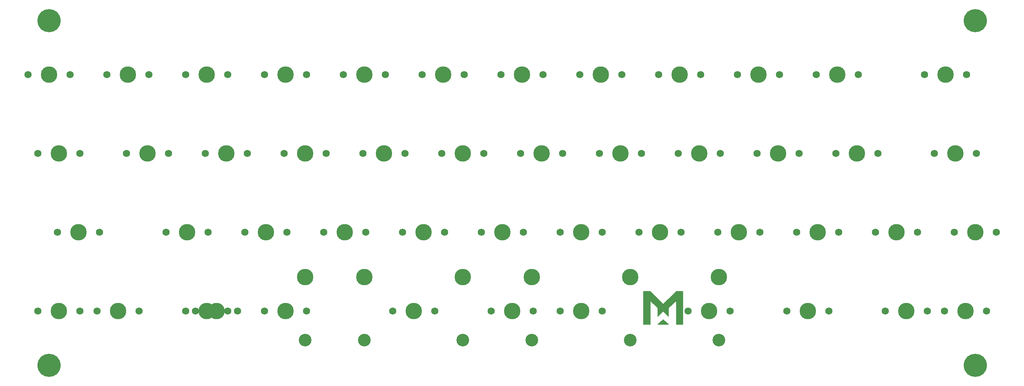
<source format=gbr>
%TF.GenerationSoftware,KiCad,Pcbnew,(7.0.0-rc2-153-g7d6218acb4)*%
%TF.CreationDate,2023-02-26T22:54:42+05:30*%
%TF.ProjectId,40-m0110,34302d6d-3031-4313-902e-6b696361645f,rev?*%
%TF.SameCoordinates,Original*%
%TF.FileFunction,Soldermask,Top*%
%TF.FilePolarity,Negative*%
%FSLAX46Y46*%
G04 Gerber Fmt 4.6, Leading zero omitted, Abs format (unit mm)*
G04 Created by KiCad (PCBNEW (7.0.0-rc2-153-g7d6218acb4)) date 2023-02-26 22:54:42*
%MOMM*%
%LPD*%
G01*
G04 APERTURE LIST*
%ADD10C,0.200000*%
%ADD11C,1.750000*%
%ADD12C,3.987800*%
%ADD13C,3.048000*%
%ADD14C,5.600000*%
G04 APERTURE END LIST*
%TO.C,*%
G36*
X180657500Y-50800000D02*
G01*
X178117500Y-50800000D01*
X179387500Y-49725000D01*
X180657500Y-50800000D01*
G37*
D10*
X180657500Y-50800000D02*
X178117500Y-50800000D01*
X179387500Y-49725000D01*
X180657500Y-50800000D01*
G36*
X179387500Y-46037500D02*
G01*
X182562500Y-42862500D01*
X184150000Y-42862500D01*
X184150000Y-50800000D01*
X182562500Y-50800000D01*
X182562500Y-45085000D01*
X180657500Y-46831250D01*
X180657500Y-48895000D01*
X179387500Y-47625000D01*
X178117500Y-48895000D01*
X178117500Y-46831250D01*
X176212500Y-45085000D01*
X176212500Y-50800000D01*
X174625000Y-50800000D01*
X174625000Y-42862500D01*
X176212500Y-42862500D01*
X179387500Y-46037500D01*
G37*
X179387500Y-46037500D02*
X182562500Y-42862500D01*
X184150000Y-42862500D01*
X184150000Y-50800000D01*
X182562500Y-50800000D01*
X182562500Y-45085000D01*
X180657500Y-46831250D01*
X180657500Y-48895000D01*
X179387500Y-47625000D01*
X178117500Y-48895000D01*
X178117500Y-46831250D01*
X176212500Y-45085000D01*
X176212500Y-50800000D01*
X174625000Y-50800000D01*
X174625000Y-42862500D01*
X176212500Y-42862500D01*
X179387500Y-46037500D01*
%TD*%
D11*
%TO.C,MX21*%
X183038750Y-9525000D03*
D12*
X188118750Y-9525000D03*
D11*
X193198750Y-9525000D03*
%TD*%
%TO.C,MX7*%
X140176250Y9525000D03*
D12*
X145256250Y9525000D03*
D11*
X150336250Y9525000D03*
%TD*%
%TO.C,MX24*%
X244951250Y-9525000D03*
D12*
X250031250Y-9525000D03*
D11*
X255111250Y-9525000D03*
%TD*%
%TO.C,MX11*%
X216376250Y9525000D03*
D12*
X221456250Y9525000D03*
D11*
X226536250Y9525000D03*
%TD*%
%TO.C,MX20*%
X163988750Y-9525000D03*
D12*
X169068750Y-9525000D03*
D11*
X174148750Y-9525000D03*
%TD*%
%TO.C,MX22*%
X202088750Y-9525000D03*
D12*
X207168750Y-9525000D03*
D11*
X212248750Y-9525000D03*
%TD*%
%TO.C,MX15*%
X68738750Y-9525000D03*
D12*
X73818750Y-9525000D03*
D11*
X78898750Y-9525000D03*
%TD*%
%TO.C,MX23*%
X221138750Y-9525000D03*
D12*
X226218750Y-9525000D03*
D11*
X231298750Y-9525000D03*
%TD*%
%TO.C,MX26*%
X28257500Y-47625000D03*
D12*
X33337500Y-47625000D03*
D11*
X38417500Y-47625000D03*
%TD*%
%TO.C,MX41*%
X192563750Y-28575000D03*
D12*
X197643750Y-28575000D03*
D11*
X202723750Y-28575000D03*
%TD*%
%TO.C,MX18*%
X125888750Y-9525000D03*
D12*
X130968750Y-9525000D03*
D11*
X136048750Y-9525000D03*
%TD*%
%TO.C,MX25*%
X33020000Y-28575000D03*
D12*
X38100000Y-28575000D03*
D11*
X43180000Y-28575000D03*
%TD*%
%TO.C,MX46*%
X233045000Y-47625000D03*
D12*
X238125000Y-47625000D03*
D11*
X243205000Y-47625000D03*
%TD*%
%TO.C,MX43*%
X211613750Y-28575000D03*
D12*
X216693750Y-28575000D03*
D11*
X221773750Y-28575000D03*
%TD*%
%TO.C,MX8*%
X159226250Y9525000D03*
D12*
X164306250Y9525000D03*
D11*
X169386250Y9525000D03*
%TD*%
%TO.C,MX17*%
X106838750Y-9525000D03*
D12*
X111918750Y-9525000D03*
D11*
X116998750Y-9525000D03*
%TD*%
%TO.C,MX12*%
X242570000Y9525000D03*
D12*
X247650000Y9525000D03*
D11*
X252730000Y9525000D03*
%TD*%
%TO.C,MX49*%
X66357500Y-47625000D03*
D12*
X71437500Y-47625000D03*
D11*
X76517500Y-47625000D03*
%TD*%
%TO.C,MX29*%
X78263750Y-28575000D03*
D12*
X83343750Y-28575000D03*
D11*
X88423750Y-28575000D03*
%TD*%
%TO.C,MX9*%
X178276250Y9525000D03*
D12*
X183356250Y9525000D03*
D11*
X188436250Y9525000D03*
%TD*%
%TO.C,MX47*%
X249713750Y-28575000D03*
D12*
X254793750Y-28575000D03*
D11*
X259873750Y-28575000D03*
%TD*%
%TO.C,MX35*%
X135413750Y-28575000D03*
D12*
X140493750Y-28575000D03*
D11*
X145573750Y-28575000D03*
%TD*%
%TO.C,MX28*%
X42545000Y-47625000D03*
D12*
X47625000Y-47625000D03*
D11*
X52705000Y-47625000D03*
%TD*%
D12*
%TO.C,MX34*%
X107156250Y-39370000D03*
D13*
X107156250Y-54610000D03*
D11*
X113982500Y-47625000D03*
D12*
X119062500Y-47625000D03*
D11*
X124142500Y-47625000D03*
D12*
X130968750Y-39370000D03*
D13*
X130968750Y-54610000D03*
%TD*%
D14*
%TO.C,H2*%
X254793750Y22600000D03*
%TD*%
D11*
%TO.C,MX27*%
X59213750Y-28575000D03*
D12*
X64293750Y-28575000D03*
D11*
X69373750Y-28575000D03*
%TD*%
D14*
%TO.C,H4*%
X254793750Y-60700000D03*
%TD*%
D11*
%TO.C,MX2*%
X44926250Y9525000D03*
D12*
X50006250Y9525000D03*
D11*
X55086250Y9525000D03*
%TD*%
%TO.C,MX45*%
X230663750Y-28575000D03*
D12*
X235743750Y-28575000D03*
D11*
X240823750Y-28575000D03*
%TD*%
%TO.C,MX6*%
X121126250Y9525000D03*
D12*
X126206250Y9525000D03*
D11*
X131286250Y9525000D03*
%TD*%
%TO.C,MX42*%
X185420000Y-47625000D03*
D12*
X190500000Y-47625000D03*
D11*
X195580000Y-47625000D03*
%TD*%
D12*
%TO.C,MX38*%
X147637500Y-39370000D03*
D13*
X147637500Y-54610000D03*
D11*
X154463750Y-47625000D03*
D12*
X159543750Y-47625000D03*
D11*
X164623750Y-47625000D03*
D12*
X171450000Y-39370000D03*
D13*
X171450000Y-54610000D03*
%TD*%
D11*
%TO.C,MX14*%
X49688750Y-9525000D03*
D12*
X54768750Y-9525000D03*
D11*
X59848750Y-9525000D03*
%TD*%
%TO.C,MX44*%
X209232500Y-47625000D03*
D12*
X214312500Y-47625000D03*
D11*
X219392500Y-47625000D03*
%TD*%
D12*
%TO.C,MX36*%
X92875100Y-39370000D03*
D13*
X92875100Y-54610000D03*
D11*
X137795000Y-47625000D03*
D12*
X142875000Y-47625000D03*
D11*
X147955000Y-47625000D03*
D12*
X192874900Y-39370000D03*
D13*
X192874900Y-54610000D03*
%TD*%
D11*
%TO.C,MX5*%
X102076250Y9525000D03*
D12*
X107156250Y9525000D03*
D11*
X112236250Y9525000D03*
%TD*%
%TO.C,MX3*%
X63976250Y9525000D03*
D12*
X69056250Y9525000D03*
D11*
X74136250Y9525000D03*
%TD*%
D14*
%TO.C,H3*%
X30956250Y-60700000D03*
%TD*%
D11*
%TO.C,MX13*%
X28257500Y-9525000D03*
D12*
X33337500Y-9525000D03*
D11*
X38417500Y-9525000D03*
%TD*%
%TO.C,MX1*%
X25876250Y9525000D03*
D12*
X30956250Y9525000D03*
D11*
X36036250Y9525000D03*
%TD*%
%TO.C,MX31*%
X97313750Y-28575000D03*
D12*
X102393750Y-28575000D03*
D11*
X107473750Y-28575000D03*
%TD*%
%TO.C,MX33*%
X116363750Y-28575000D03*
D12*
X121443750Y-28575000D03*
D11*
X126523750Y-28575000D03*
%TD*%
%TO.C,MX32*%
X83026250Y-47625000D03*
D12*
X88106250Y-47625000D03*
D11*
X93186250Y-47625000D03*
%TD*%
%TO.C,MX10*%
X197326250Y9525000D03*
D12*
X202406250Y9525000D03*
D11*
X207486250Y9525000D03*
%TD*%
%TO.C,MX48*%
X247332500Y-47625000D03*
D12*
X252412500Y-47625000D03*
D11*
X257492500Y-47625000D03*
%TD*%
D14*
%TO.C,H1*%
X30956250Y22600000D03*
%TD*%
D11*
%TO.C,MX30*%
X63976250Y-47625000D03*
D12*
X69056250Y-47625000D03*
D11*
X74136250Y-47625000D03*
%TD*%
%TO.C,MX37*%
X154463750Y-28575000D03*
D12*
X159543750Y-28575000D03*
D11*
X164623750Y-28575000D03*
%TD*%
%TO.C,MX39*%
X173513750Y-28575000D03*
D12*
X178593750Y-28575000D03*
D11*
X183673750Y-28575000D03*
%TD*%
%TO.C,MX16*%
X87788750Y-9525000D03*
D12*
X92868750Y-9525000D03*
D11*
X97948750Y-9525000D03*
%TD*%
%TO.C,MX19*%
X144938750Y-9525000D03*
D12*
X150018750Y-9525000D03*
D11*
X155098750Y-9525000D03*
%TD*%
%TO.C,MX4*%
X83026250Y9525000D03*
D12*
X88106250Y9525000D03*
D11*
X93186250Y9525000D03*
%TD*%
M02*

</source>
